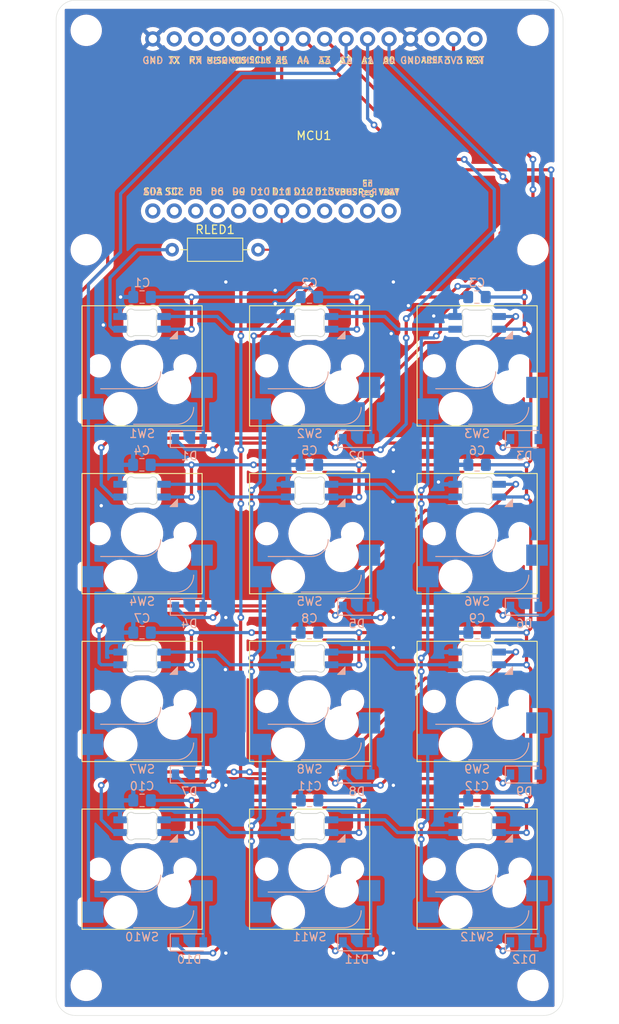
<source format=kicad_pcb>
(kicad_pcb (version 20210722) (generator pcbnew)
  (layers (0 "F.Cu" signal) (31 "B.Cu" signal) (34 "B.Paste" user) (35 "F.Paste" user) (36 "B.SilkS" user "B.Silkscreen") (37 "F.SilkS" user "F.Silkscreen") (38 "B.Mask" user) (39 "F.Mask" user) (44 "Edge.Cuts" user))
  (net 0 "")
  (net 1 "ROW0")
  (net 2 "Net-(D1-Pad2)")
  (net 3 "Net-(D2-Pad2)")
  (net 4 "Net-(D3-Pad2)")
  (net 5 "ROW1")
  (net 6 "Net-(D4-Pad2)")
  (net 7 "Net-(D5-Pad2)")
  (net 8 "Net-(D6-Pad2)")
  (net 9 "ROW2")
  (net 10 "Net-(D7-Pad2)")
  (net 11 "Net-(D8-Pad2)")
  (net 12 "Net-(D9-Pad2)")
  (net 13 "ROW3")
  (net 14 "Net-(D10-Pad2)")
  (net 15 "Net-(D11-Pad2)")
  (net 16 "COL2")
  (net 17 "COL1")
  (net 18 "COL0")
  (net 19 "+3V3")
  (net 20 "NeoPixelControls")
  (net 21 "Earth")
  (net 22 "Net-(LED1-Pad4)")
  (net 23 "Net-(LED2-Pad4)")
  (net 24 "Net-(LED3-Pad4)")
  (net 25 "Net-(LED4-Pad4)")
  (net 26 "Net-(LED5-Pad4)")
  (net 27 "Net-(LED6-Pad4)")
  (net 28 "Net-(LED7-Pad4)")
  (net 29 "Net-(LED8-Pad4)")
  (net 30 "Net-(LED10-Pad2)")
  (net 31 "Net-(LED10-Pad4)")
  (net 32 "Net-(D12-Pad2)")
  (net 33 "Net-(LED11-Pad4)")
  (net 34 "Net-(MCU1-Pad23)")
  (footprint "kicad-keyboard-parts:MX_SK6812MINI-E_REV" (layer "F.Cu") (at 88.9 66.548 180)
    (fp_text reference "LED1" hide)
    (fp_text value "SK6812")
    (fp_line (start 0.794452 6.579999) (end -0.794453 6.579999) (layer "Edge.Cuts") (width 0.1))
    (fp_line (start 1.699999 4.377158) (end 1.699999 5.782842) (layer "Edge.Cuts") (width 0.1))
    (fp_line (start -1.699999 5.782842) (end -1.699999 4.377158) (layer "Edge.Cuts") (width 0.1))
    (fp_line (start -0.794452 3.58) (end 0.794452 3.58) (layer "Edge.Cuts") (width 0.1))
    (fp_arc (start -2.199999 5.782842) (end -1.749484 5.99972) (angle -25.70608136) (layer "Edge.Cuts") (width 0.1))
    (fp_arc (start 0.794452 3.08) (end 0.794452 3.58) (angle -30.2992623) (layer "Edge.Cuts") (width 0.1))
    (fp_arc (start 0.794452 7.079999) (end 1.046711 6.648299) (angle -30.29928212) (layer "Edge.Cuts") (width 0.1))
    (fp_arc (start -1.298969 3.943402) (end -1.046711 3.511701) (angle -146.0055121) (layer "Edge.Cuts") (width 0.1))
    (fp_arc (start 2.199999 5.782842) (end 1.699999 5.782842) (angle -25.70611954) (layer "Edge.Cuts") (width 0.1))
    (fp_arc (start -0.794452 3.08) (end -1.046711 3.511701) (angle -30.29933433) (layer "Edge.Cuts") (width 0.1))
    (fp_arc (start 1.298969 6.216598) (end 1.046711 6.648299) (angle -146.0054017) (layer "Edge.Cuts") (width 0.1))
    (fp_arc (start 2.199999 4.377158) (end 1.749484 4.16028) (angle -25.70611205) (layer "Edge.Cuts") (width 0.1))
    (fp_arc (start 1.298969 3.943403) (end 1.749484 4.16028) (angle -146.0053744) (layer "Edge.Cuts") (width 0.1))
    (fp_arc (start -1.298969 6.216597) (end -1.749484 5.99972) (angle -146.0053097) (layer "Edge.Cuts") (width 0.1))
    (fp_arc (start -0.794453 7.079999) (end -0.794453 6.579999) (angle -30.29922831) (layer "Edge.Cuts") (width 0.1))
    (fp_arc (start -2.199999 4.377158) (end -1.699999 4.377158) (angle -25.70617777) (layer "Edge.Cuts") (width 0.1))
  )
  (footprint "kicad-keyboard-parts:MX_SK6812MINI-E_REV" (layer "F.Cu") (at 108.712 66.548 180)
    (fp_text reference "LED2" hide)
    (fp_text value "SK6812")
    (fp_line (start 1.699999 4.377158) (end 1.699999 5.782842) (layer "Edge.Cuts") (width 0.1))
    (fp_line (start -0.794452 3.58) (end 0.794452 3.58) (layer "Edge.Cuts") (width 0.1))
    (fp_line (start 0.794452 6.579999) (end -0.794453 6.579999) (layer "Edge.Cuts") (width 0.1))
    (fp_line (start -1.699999 5.782842) (end -1.699999 4.377158) (layer "Edge.Cuts") (width 0.1))
    (fp_arc (start -2.199999 4.377158) (end -1.699999 4.377158) (angle -25.70617777) (layer "Edge.Cuts") (width 0.1))
    (fp_arc (start -0.794452 3.08) (end -1.046711 3.511701) (angle -30.29933433) (layer "Edge.Cuts") (width 0.1))
    (fp_arc (start 0.794452 3.08) (end 0.794452 3.58) (angle -30.2992623) (layer "Edge.Cuts") (width 0.1))
    (fp_arc (start 2.199999 5.782842) (end 1.699999 5.782842) (angle -25.70611954) (layer "Edge.Cuts") (width 0.1))
    (fp_arc (start -2.199999 5.782842) (end -1.749484 5.99972) (angle -25.70608136) (layer "Edge.Cuts") (width 0.1))
    (fp_arc (start -0.794453 7.079999) (end -0.794453 6.579999) (angle -30.29922831) (layer "Edge.Cuts") (width 0.1))
    (fp_arc (start -1.298969 6.216597) (end -1.749484 5.99972) (angle -146.0053097) (layer "Edge.Cuts") (width 0.1))
    (fp_arc (start 1.298969 3.943403) (end 1.749484 4.16028) (angle -146.0053744) (layer "Edge.Cuts") (width 0.1))
    (fp_arc (start -1.298969 3.943402) (end -1.046711 3.511701) (angle -146.0055121) (layer "Edge.Cuts") (width 0.1))
    (fp_arc (start 0.794452 7.079999) (end 1.046711 6.648299) (angle -30.29928212) (layer "Edge.Cuts") (width 0.1))
    (fp_arc (start 1.298969 6.216598) (end 1.046711 6.648299) (angle -146.0054017) (layer "Edge.Cuts") (width 0.1))
    (fp_arc (start 2.199999 4.377158) (end 1.749484 4.16028) (angle -25.70611205) (layer "Edge.Cuts") (width 0.1))
  )
  (footprint "kicad-keyboard-parts:MX_SK6812MINI-E_REV" (layer "F.Cu") (at 128.524 66.548 180)
    (fp_text reference "LED3" hide)
    (fp_text value "SK6812")
    (fp_line (start -0.794452 3.58) (end 0.794452 3.58) (layer "Edge.Cuts") (width 0.1))
    (fp_line (start -1.699999 5.782842) (end -1.699999 4.377158) (layer "Edge.Cuts") (width 0.1))
    (fp_line (start 0.794452 6.579999) (end -0.794453 6.579999) (layer "Edge.Cuts") (width 0.1))
    (fp_line (start 1.699999 4.377158) (end 1.699999 5.782842) (layer "Edge.Cuts") (width 0.1))
    (fp_arc (start 0.794452 7.079999) (end 1.046711 6.648299) (angle -30.29928212) (layer "Edge.Cuts") (width 0.1))
    (fp_arc (start -2.199999 5.782842) (end -1.749484 5.99972) (angle -25.70608136) (layer "Edge.Cuts") (width 0.1))
    (fp_arc (start -0.794452 3.08) (end -1.046711 3.511701) (angle -30.29933433) (layer "Edge.Cuts") (width 0.1))
    (fp_arc (start 1.298969 6.216598) (end 1.046711 6.648299) (angle -146.0054017) (layer "Edge.Cuts") (width 0.1))
    (fp_arc (start 0.794452 3.08) (end 0.794452 3.58) (angle -30.2992623) (layer "Edge.Cuts") (width 0.1))
    (fp_arc (start 2.199999 5.782842) (end 1.699999 5.782842) (angle -25.70611954) (layer "Edge.Cuts") (width 0.1))
    (fp_arc (start -0.794453 7.079999) (end -0.794453 6.579999) (angle -30.29922831) (layer "Edge.Cuts") (width 0.1))
    (fp_arc (start 1.298969 3.943403) (end 1.749484 4.16028) (angle -146.0053744) (layer "Edge.Cuts") (width 0.1))
    (fp_arc (start -1.298969 6.216597) (end -1.749484 5.99972) (angle -146.0053097) (layer "Edge.Cuts") (width 0.1))
    (fp_arc (start -2.199999 4.377158) (end -1.699999 4.377158) (angle -25.70617777) (layer "Edge.Cuts") (width 0.1))
    (fp_arc (start 2.199999 4.377158) (end 1.749484 4.16028) (angle -25.70611205) (layer "Edge.Cuts") (width 0.1))
    (fp_arc (start -1.298969 3.943402) (end -1.046711 3.511701) (angle -146.0055121) (layer "Edge.Cuts") (width 0.1))
  )
  (footprint "kicad-keyboard-parts:MX_SK6812MINI-E_REV" (layer "F.Cu") (at 88.9 86.36 180)
    (fp_text reference "LED4" hide)
    (fp_text value "SK6812")
    (fp_line (start 1.699999 4.377158) (end 1.699999 5.782842) (layer "Edge.Cuts") (width 0.1))
    (fp_line (start -0.794452 3.58) (end 0.794452 3.58) (layer "Edge.Cuts") (width 0.1))
    (fp_line (start 0.794452 6.579999) (end -0.794453 6.579999) (layer "Edge.Cuts") (width 0.1))
    (fp_line (start -1.699999 5.782842) (end -1.699999 4.377158) (layer "Edge.Cuts") (width 0.1))
    (fp_arc (start -1.298969 3.943402) (end -1.046711 3.511701) (angle -146.0055121) (layer "Edge.Cuts") (width 0.1))
    (fp_arc (start 0.794452 3.08) (end 0.794452 3.58) (angle -30.2992623) (layer "Edge.Cuts") (width 0.1))
    (fp_arc (start 1.298969 6.216598) (end 1.046711 6.648299) (angle -146.0054017) (layer "Edge.Cuts") (width 0.1))
    (fp_arc (start -2.199999 4.377158) (end -1.699999 4.377158) (angle -25.70617777) (layer "Edge.Cuts") (width 0.1))
    (fp_arc (start 2.199999 4.377158) (end 1.749484 4.16028) (angle -25.70611205) (layer "Edge.Cuts") (width 0.1))
    (fp_arc (start -1.298969 6.216597) (end -1.749484 5.99972) (angle -146.0053097) (layer "Edge.Cuts") (width 0.1))
    (fp_arc (start 1.298969 3.943403) (end 1.749484 4.16028) (angle -146.0053744) (layer "Edge.Cuts") (width 0.1))
    (fp_arc (start 2.199999 5.782842) (end 1.699999 5.782842) (angle -25.70611954) (layer "Edge.Cuts") (width 0.1))
    (fp_arc (start 0.794452 7.079999) (end 1.046711 6.648299) (angle -30.29928212) (layer "Edge.Cuts") (width 0.1))
    (fp_arc (start -2.199999 5.782842) (end -1.749484 5.99972) (angle -25.70608136) (layer "Edge.Cuts") (width 0.1))
    (fp_arc (start -0.794453 7.079999) (end -0.794453 6.579999) (angle -30.29922831) (layer "Edge.Cuts") (width 0.1))
    (fp_arc (start -0.794452 3.08) (end -1.046711 3.511701) (angle -30.29933433) (layer "Edge.Cuts") (width 0.1))
  )
  (footprint "kicad-keyboard-parts:MX_SK6812MINI-E_REV" (layer "F.Cu") (at 108.712 86.36 180)
    (fp_text reference "LED5" hide)
    (fp_text value "SK6812")
    (fp_line (start -1.699999 5.782842) (end -1.699999 4.377158) (layer "Edge.Cuts") (width 0.1))
    (fp_line (start -0.794452 3.58) (end 0.794452 3.58) (layer "Edge.Cuts") (width 0.1))
    (fp_line (start 1.699999 4.377158) (end 1.699999 5.782842) (layer "Edge.Cuts") (width 0.1))
    (fp_line (start 0.794452 6.579999) (end -0.794453 6.579999) (layer "Edge.Cuts") (width 0.1))
    (fp_arc (start -1.298969 3.943402) (end -1.046711 3.511701) (angle -146.0055121) (layer "Edge.Cuts") (width 0.1))
    (fp_arc (start 0.794452 7.079999) (end 1.046711 6.648299) (angle -30.29928212) (layer "Edge.Cuts") (width 0.1))
    (fp_arc (start -0.794453 7.079999) (end -0.794453 6.579999) (angle -30.29922831) (layer "Edge.Cuts") (width 0.1))
    (fp_arc (start -0.794452 3.08) (end -1.046711 3.511701) (angle -30.29933433) (layer "Edge.Cuts") (width 0.1))
    (fp_arc (start -2.199999 5.782842) (end -1.749484 5.99972) (angle -25.70608136) (layer "Edge.Cuts") (width 0.1))
    (fp_arc (start 1.298969 3.943403) (end 1.749484 4.16028) (angle -146.0053744) (layer "Edge.Cuts") (width 0.1))
    (fp_arc (start 2.199999 4.377158) (end 1.749484 4.16028) (angle -25.70611205) (layer "Edge.Cuts") (width 0.1))
    (fp_arc (start -2.199999 4.377158) (end -1.699999 4.377158) (angle -25.70617777) (layer "Edge.Cuts") (width 0.1))
    (fp_arc (start 2.199999 5.782842) (end 1.699999 5.782842) (angle -25.70611954) (layer "Edge.Cuts") (width 0.1))
    (fp_arc (start 0.794452 3.08) (end 0.794452 3.58) (angle -30.2992623) (layer "Edge.Cuts") (width 0.1))
    (fp_arc (start -1.298969 6.216597) (end -1.749484 5.99972) (angle -146.0053097) (layer "Edge.Cuts") (width 0.1))
    (fp_arc (start 1.298969 6.216598) (end 1.046711 6.648299) (angle -146.0054017) (layer "Edge.Cuts") (width 0.1))
  )
  (footprint "kicad-keyboard-parts:MX_SK6812MINI-E_REV" (layer "F.Cu") (at 128.524 86.36 180)
    (fp_text reference "LED6" hide)
    (fp_text value "SK6812")
    (fp_line (start -1.699999 5.782842) (end -1.699999 4.377158) (layer "Edge.Cuts") (width 0.1))
    (fp_line (start 0.794452 6.579999) (end -0.794453 6.579999) (layer "Edge.Cuts") (width 0.1))
    (fp_line (start 1.699999 4.377158) (end 1.699999 5.782842) (layer "Edge.Cuts") (width 0.1))
    (fp_line (start -0.794452 3.58) (end 0.794452 3.58) (layer "Edge.Cuts") (width 0.1))
    (fp_arc (start -0.794452 3.08) (end -1.046711 3.511701) (angle -30.29933433) (layer "Edge.Cuts") (width 0.1))
    (fp_arc (start 1.298969 6.216598) (end 1.046711 6.648299) (angle -146.0054017) (layer "Edge.Cuts") (width 0.1))
    (fp_arc (start -2.199999 4.377158) (end -1.699999 4.377158) (angle -25.70617777) (layer "Edge.Cuts") (width 0.1))
    (fp_arc (start -1.298969 6.216597) (end -1.749484 5.99972) (angle -146.0053097) (layer "Edge.Cuts") (width 0.1))
    (fp_arc (start -1.298969 3.943402) (end -1.046711 3.511701) (angle -146.0055121) (layer "Edge.Cuts") (width 0.1))
    (fp_arc (start 0.794452 7.079999) (end 1.046711 6.648299) (angle -30.29928212) (layer "Edge.Cuts") (width 0.1))
    (fp_arc (start 1.298969 3.943403) (end 1.749484 4.16028) (angle -146.0053744) (layer "Edge.Cuts") (width 0.1))
    (fp_arc (start -0.794453 7.079999) (end -0.794453 6.579999) (angle -30.29922831) (layer "Edge.Cuts") (width 0.1))
    (fp_arc (start -2.199999 5.782842) (end -1.749484 5.99972) (angle -25.70608136) (layer "Edge.Cuts") (width 0.1))
    (fp_arc (start 0.794452 3.08) (end 0.794452 3.58) (angle -30.2992623) (layer "Edge.Cuts") (width 0.1))
    (fp_arc (start 2.199999 4.377158) (end 1.749484 4.16028) (angle -25.70611205) (layer "Edge.Cuts") (width 0.1))
    (fp_arc (start 2.199999 5.782842) (end 1.699999 5.782842) (angle -25.70611954) (layer "Edge.Cuts") (width 0.1))
  )
  (footprint "kicad-keyboard-parts:MX_SK6812MINI-E_REV" (layer "F.Cu") (at 88.9 106.172 180)
    (fp_text reference "LED7" hide)
    (fp_text value "SK6812")
    (fp_line (start -0.794452 3.58) (end 0.794452 3.58) (layer "Edge.Cuts") (width 0.1))
    (fp_line (start 1.699999 4.377158) (end 1.699999 5.782842) (layer "Edge.Cuts") (width 0.1))
    (fp_line (start 0.794452 6.579999) (end -0.794453 6.579999) (layer "Edge.Cuts") (width 0.1))
    (fp_line (start -1.699999 5.782842) (end -1.699999 4.377158) (layer "Edge.Cuts") (width 0.1))
    (fp_arc (start -2.199999 5.782842) (end -1.749484 5.99972) (angle -25.70608136) (layer "Edge.Cuts") (width 0.1))
    (fp_arc (start -2.199999 4.377158) (end -1.699999 4.377158) (angle -25.70617777) (layer "Edge.Cuts") (width 0.1))
    (fp_arc (start 1.298969 3.943403) (end 1.749484 4.16028) (angle -146.0053744) (layer "Edge.Cuts") (width 0.1))
    (fp_arc (start -0.794453 7.079999) (end -0.794453 6.579999) (angle -30.29922831) (layer "Edge.Cuts") (width 0.1))
    (fp_arc (start -1.298969 3.943402) (end -1.046711 3.511701) (angle -146.0055121) (layer "Edge.Cuts") (width 0.1))
    (fp_arc (start 0.794452 3.08) (end 0.794452 3.58) (angle -30.2992623) (layer "Edge.Cuts") (width 0.1))
    (fp_arc (start -1.298969 6.216597) (end -1.749484 5.99972) (angle -146.0053097) (layer "Edge.Cuts") (width 0.1))
    (fp_arc (start -0.794452 3.08) (end -1.046711 3.511701) (angle -30.29933433) (layer "Edge.Cuts") (width 0.1))
    (fp_arc (start 1.298969 6.216598) (end 1.046711 6.648299) (angle -146.0054017) (layer "Edge.Cuts") (width 0.1))
    (fp_arc (start 0.794452 7.079999) (end 1.046711 6.648299) (angle -30.29928212) (layer "Edge.Cuts") (width 0.1))
    (fp_arc (start 2.199999 5.782842) (end 1.699999 5.782842) (angle -25.70611954) (layer "Edge.Cuts") (width 0.1))
    (fp_arc (start 2.199999 4.377158) (end 1.749484 4.16028) (angle -25.70611205) (layer "Edge.Cuts") (width 0.1))
  )
  (footprint "kicad-keyboard-parts:MX_SK6812MINI-E_REV" (layer "F.Cu") (at 108.712 106.172 180)
    (fp_text reference "LED8" hide)
    (fp_text value "SK6812")
    (fp_line (start 1.699999 4.377158) (end 1.699999 5.782842) (layer "Edge.Cuts") (width 0.1))
    (fp_line (start -1.699999 5.782842) (end -1.699999 4.377158) (layer "Edge.Cuts") (width 0.1))
    (fp_line (start 0.794452 6.579999) (end -0.794453 6.579999) (layer "Edge.Cuts") (width 0.1))
    (fp_line (start -0.794452 3.58) (end 0.794452 3.58) (layer "Edge.Cuts") (width 0.1))
    (fp_arc (start 1.298969 6.216598) (end 1.046711 6.648299) (angle -146.0054017) (layer "Edge.Cuts") (width 0.1))
    (fp_arc (start 2.199999 4.377158) (end 1.749484 4.16028) (angle -25.70611205) (layer "Edge.Cuts") (width 0.1))
    (fp_arc (start 0.794452 7.079999) (end 1.046711 6.648299) (angle -30.29928212) (layer "Edge.Cuts") (width 0.1))
    (fp_arc (start -1.298969 3.943402) (end -1.046711 3.511701) (angle -146.0055121) (layer "Edge.Cuts") (width 0.1))
    (fp_arc (start 0.794452 3.08) (end 0.794452 3.58) (angle -30.2992623) (layer "Edge.Cuts") (width 0.1))
    (fp_arc (start -0.794452 3.08) (end -1.046711 3.511701) (angle -30.29933433) (layer "Edge.Cuts") (width 0.1))
    (fp_arc (start 2.199999 5.782842) (end 1.699999 5.782842) (angle -25.70611954) (layer "Edge.Cuts") (width 0.1))
    (fp_arc (start -1.298969 6.216597) (end -1.749484 5.99972) (angle -146.0053097) (layer "Edge.Cuts") (width 0.1))
    (fp_arc (start -2.199999 5.782842) (end -1.749484 5.99972) (angle -25.70608136) (layer "Edge.Cuts") (width 0.1))
    (fp_arc (start 1.298969 3.943403) (end 1.749484 4.16028) (angle -146.0053744) (layer "Edge.Cuts") (width 0.1))
    (fp_arc (start -2.199999 4.377158) (end -1.699999 4.377158) (angle -25.70617777) (layer "Edge.Cuts") (width 0.1))
    (fp_arc (start -0.794453 7.079999) (end -0.794453 6.579999) (angle -30.29922831) (layer "Edge.Cuts") (width 0.1))
  )
  (footprint "kicad-keyboard-parts:MX_SK6812MINI-E_REV" (layer "F.Cu") (at 128.524 106.172 180)
    (fp_text reference "LED9" hide)
    (fp_text value "SK6812")
    (fp_line (start -1.699999 5.782842) (end -1.699999 4.377158) (layer "Edge.Cuts") (width 0.1))
    (fp_line (start 1.699999 4.377158) (end 1.699999 5.782842) (layer "Edge.Cuts") (width 0.1))
    (fp_line (start -0.794452 3.58) (end 0.794452 3.58) (layer "Edge.Cuts") (width 0.1))
    (fp_line (start 0.794452 6.579999) (end -0.794453 6.579999) (layer "Edge.Cuts") (width 0.1))
    (fp_arc (start -2.199999 4.377158) (end -1.699999 4.377158) (angle -25.70617777) (layer "Edge.Cuts") (width 0.1))
    (fp_arc (start -1.298969 3.943402) (end -1.046711 3.511701) (angle -146.0055121) (layer "Edge.Cuts") (width 0.1))
    (fp_arc (start -1.298969 6.216597) (end -1.749484 5.99972) (angle -146.0053097) (layer "Edge.Cuts") (width 0.1))
    (fp_arc (start 1.298969 6.216598) (end 1.046711 6.648299) (angle -146.0054017) (layer "Edge.Cuts") (width 0.1))
    (fp_arc (start -0.794452 3.08) (end -1.046711 3.511701) (angle -30.29933433) (layer "Edge.Cuts") (width 0.1))
    (fp_arc (start 2.199999 4.377158) (end 1.749484 4.16028) (angle -25.70611205) (layer "Edge.Cuts") (width 0.1))
    (fp_arc (start 0.794452 3.08) (end 0.794452 3.58) (angle -30.2992623) (layer "Edge.Cuts") (width 0.1))
    (fp_arc (start 0.794452 7.079999) (end 1.046711 6.648299) (angle -30.29928212) (layer "Edge.Cuts") (width 0.1))
    (fp_arc (start 1.298969 3.943403) (end 1.749484 4.16028) (angle -146.0053744) (layer "Edge.Cuts") (width 0.1))
    (fp_arc (start 2.199999 5.782842) (end 1.699999 5.782842) (angle -25.70611954) (layer "Edge.Cuts") (width 0.1))
    (fp_arc (start -0.794453 7.079999) (end -0.794453 6.579999) (angle -30.29922831) (layer "Edge.Cuts") (width 0.1))
    (fp_arc (start -2.199999 5.782842) (end -1.749484 5.99972) (angle -25.70608136) (layer "Edge.Cuts") (width 0.1))
  )
  (footprint "kicad-keyboard-parts:MX_SK6812MINI-E_REV" (layer "F.Cu") (at 88.9 125.984 180)
    (fp_text reference "LED10" hide)
    (fp_text value "SK6812")
    (fp_line (start -0.794452 3.58) (end 0.794452 3.58) (layer "Edge.Cuts") (width 0.1))
    (fp_line (start 1.699999 4.377158) (end 1.699999 5.782842) (layer "Edge.Cuts") (width 0.1))
    (fp_line (start -1.699999 5.782842) (end -1.699999 4.377158) (layer "Edge.Cuts") (width 0.1))
    (fp_line (start 0.794452 6.579999) (end -0.794453 6.579999) (layer "Edge.Cuts") (width 0.1))
    (fp_arc (start -1.298969 6.216597) (end -1.749484 5.99972) (angle -146.0053097) (layer "Edge.Cuts") (width 0.1))
    (fp_arc (start -0.794452 3.08) (end -1.046711 3.511701) (angle -30.29933433) (layer "Edge.Cuts") (width 0.1))
    (fp_arc (start 1.298969 3.943403) (end 1.749484 4.16028) (angle -146.0053744) (layer "Edge.Cuts") (width 0.1))
    (fp_arc (start -0.794453 7.079999) (end -0.794453 6.579999) (angle -30.29922831) (layer "Edge.Cuts") (width 0.1))
    (fp_arc (start 0.794452 7.079999) (end 1.046711 6.648299) (angle -30.29928212) (layer "Edge.Cuts") (width 0.1))
    (fp_arc (start -1.298969 3.943402) (end -1.046711 3.511701) (angle -146.0055121) (layer "Edge.Cuts") (width 0.1))
    (fp_arc (start -2.199999 4.377158) (end -1.699999 4.377158) (angle -25.70617777) (layer "Edge.Cuts") (width 0.1))
    (fp_arc (start -2.199999 5.782842) (end -1.749484 5.99972) (angle -25.70608136) (layer "Edge.Cuts") (width 0.1))
    (fp_arc (start 1.298969 6.216598) (end 1.046711 6.648299) (angle -146.0054017) (layer "Edge.Cuts") (width 0.1))
    (fp_arc (start 2.199999 4.377158) (end 1.749484 4.16028) (angle -25.70611205) (layer "Edge.Cuts") (width 0.1))
    (fp_arc (start 0.794452 3.08) (end 0.794452 3.58) (angle -30.2992623) (layer "Edge.Cuts") (width 0.1))
    (fp_arc (start 2.199999 5.782842) (end 1.699999 5.782842) (angle -25.70611954) (layer "Edge.Cuts") (width 0.1))
  )
  (footprint "kicad-keyboard-parts:MX_SK6812MINI-E_REV" (layer "F.Cu") (at 108.712 125.984 180)
    (fp_text reference "LED11" hide)
    (fp_text value "SK6812")
    (fp_line (start -0.794452 3.58) (end 0.794452 3.58) (layer "Edge.Cuts") (width 0.1))
    (fp_line (start -1.699999 5.782842) (end -1.699999 4.377158) (layer "Edge.Cuts") (width 0.1))
    (fp_line (start 0.794452 6.579999) (end -0.794453 6.579999) (layer "Edge.Cuts") (width 0.1))
    (fp_line (start 1.699999 4.377158) (end 1.699999 5.782842) (layer "Edge.Cuts") (width 0.1))
    (fp_arc (start -2.199999 4.377158) (end -1.699999 4.377158) (angle -25.70617777) (layer "Edge.Cuts") (width 0.1))
    (fp_arc (start -1.298969 6.216597) (end -1.749484 5.99972) (angle -146.0053097) (layer "Edge.Cuts") (width 0.1))
    (fp_arc (start 0.794452 7.079999) (end 1.046711 6.648299) (angle -30.29928212) (layer "Edge.Cuts") (width 0.1))
    (fp_arc (start -2.199999 5.782842) (end -1.749484 5.99972) (angle -25.70608136) (layer "Edge.Cuts") (width 0.1))
    (fp_arc (start 1.298969 6.216598) (end 1.046711 6.648299) (angle -146.0054017) (layer "Edge.Cuts") (width 0.1))
    (fp_arc (start -0.794453 7.079999) (end -0.794453 6.579999) (angle -30.29922831) (layer "Edge.Cuts") (width 0.1))
    (fp_arc (start 0.794452 3.08) (end 0.794452 3.58) (angle -30.2992623) (layer "Edge.Cuts") (width 0.1))
    (fp_arc (start 1.298969 3.943403) (end 1.749484 4.16028) (angle -146.0053744) (layer "Edge.Cuts") (width 0.1))
    (fp_arc (start 2.199999 4.377158) (end 1.749484 4.16028) (angle -25.70611205) (layer "Edge.Cuts") (width 0.1))
    (fp_arc (start -0.794452 3.08) (end -1.046711 3.511701) (angle -30.29933433) (layer "Edge.Cuts") (width 0.1))
    (fp_arc (start -1.298969 3.943402) (end -1.046711 3.511701) (angle -146.0055121) (layer "Edge.Cuts") (width 0.1))
    (fp_arc (start 2.199999 5.782842) (end 1.699999 5.782842) (angle -25.70611954) (layer "Edge.Cuts") (width 0.1))
  )
  (footprint "kicad-keyboard-parts:MX_SK6812MINI-E_REV" (layer "F.Cu") (at 128.524 125.984 180)
    (fp_text reference "LED12" hide)
    (fp_text value "SK6812")
    (fp_line (start -0.794452 3.58) (end 0.794452 3.58) (layer "Edge.Cuts") (width 0.1))
    (fp_line (start 0.794452 6.579999) (end -0.794453 6.579999) (layer "Edge.Cuts") (width 0.1))
    (fp_line (start -1.699999 5.782842) (end -1.699999 4.377158) (layer "Edge.Cuts") (width 0.1))
    (fp_line (start 1.699999 4.377158) (end 1.699999 5.782842) (layer "Edge.Cuts") (width 0.1))
    (fp_arc (start -2.199999 5.782842) (end -1.749484 5.99972) (angle -25.70608136) (layer "Edge.Cuts") (width 0.1))
    (fp_arc (start 2.199999 4.377158) (end 1.749484 4.16028) (angle -25.70611205) (layer "Edge.Cuts") (width 0.1))
    (fp_arc (start -1.298969 6.216597) (end -1.749484 5.99972) (angle -146.0053097) (layer "Edge.Cuts") (width 0.1))
    (fp_arc (start -1.298969 3.943402) (end -1.046711 3.511701) (angle -146.0055121) (layer "Edge.Cuts") (width 0.1))
    (fp_arc (start -0.794452 3.08) (end -1.046711 3.511701) (angle -30.29933433) (layer "Edge.Cuts") (width 0.1))
    (fp_arc (start 1.298969 6.216598) (end 1.046711 6.648299) (angle -146.0054017) (layer "Edge.Cuts") (width 0.1))
    (fp_arc (start 0.794452 7.079999) (end 1.046711 6.648299) (angle -30.29928212) (layer "Edge.Cuts") (width 0.1))
    (fp_arc (start 0.794452 3.08) (end 0.794452 3.58) (angle -30.2992623) (layer "Edge.Cuts") (width 0.1))
    (fp_arc (start 1.298969 3.943403) (end 1.749484 4.16028) (angle -146.0053744) (layer "Edge.Cuts") (width 0.1))
    (fp_arc (start -0.794453 7.079999) (end -0.794453 6.579999) (angle -30.29922831) (layer "Edge.Cuts") (width 0.1))
    (fp_arc (start 2.199999 5.782842) (end 1.699999 5.782842) (angle -25.70611954) (layer "Edge.Cuts") (width 0.1))
    (fp_arc (start -2.199999 4.377158) (end -1.699999 4.377158) (angle -25.70617777) (layer "Edge.Cuts") (width 0.1))
  )
  (footprint "Resistor_THT:R_Axial_DIN0207_L6.3mm_D2.5mm_P10.16mm_Horizontal" (layer "F.Cu") (at 92.456 52.832)
    (fp_text reference "RLED1")
    (fp_text value "470 Ohm")
  )
  (footprint "Switch_Keyboard_Kailh:SW_Hotswap_Kailh_1.00u" (layer "F.Cu") (at 88.9 66.548 180)
    (fp_text reference "SW1")
    (fp_text value "SW_Push")
  )
  (footprint "Switch_Keyboard_Kailh:SW_Hotswap_Kailh_1.00u" (layer "F.Cu") (at 108.712 66.548 180)
    (fp_text reference "SW2")
    (fp_text value "SW_Push")
  )
  (footprint "Switch_Keyboard_Kailh:SW_Hotswap_Kailh_1.00u" (layer "F.Cu") (at 128.524 66.548 180)
    (fp_text reference "SW3")
    (fp_text value "SW_Push")
  )
  (footprint "Switch_Keyboard_Kailh:SW_Hotswap_Kailh_1.00u" (layer "F.Cu") (at 88.9 86.36 180)
    (fp_text reference "SW4")
    (fp_text value "SW_Push")
  )
  (footprint "Switch_Keyboard_Kailh:SW_Hotswap_Kailh_1.00u" (layer "F.Cu") (at 108.712 86.36 180)
    (fp_text reference "SW5")
    (fp_text value "SW_Push")
  )
  (footprint "Switch_Keyboard_Kailh:SW_Hotswap_Kailh_1.00u" (layer "F.Cu") (at 128.524 86.36 180)
    (fp_text reference "SW6")
    (fp_text value "SW_Push")
  )
  (footprint "Switch_Keyboard_Kailh:SW_Hotswap_Kailh_1.00u" (layer "F.Cu") (at 88.9 106.172 180)
    (fp_text reference "SW7")
    (fp_text value "SW_Push")
  )
  (footprint "Switch_Keyboard_Kailh:SW_Hotswap_Kailh_1.00u" (layer "F.Cu") (at 108.712 106.172 180)
    (fp_text reference "SW8")
    (fp_text value "SW_Push")
  )
  (footprint "Switch_Keyboard_Kailh:SW_Hotswap_Kailh_1.00u" (layer "F.Cu") (at 128.524 106.172 180)
    (fp_text reference "SW9")
    (fp_text value "SW_Push")
  )
  (footprint "Switch_Keyboard_Kailh:SW_Hotswap_Kailh_1.00u" (layer "F.Cu") (at 88.9 125.984 180)
    (fp_text reference "SW10")
    (fp_text value "SW_Push")
  )
  (footprint "Switch_Keyboard_Kailh:SW_Hotswap_Kailh_1.00u" (layer "F.Cu") (at 108.712 125.984 180)
    (fp_text reference "SW11")
    (fp_text value "SW_Push")
  )
  (footprint "Switch_Keyboard_Kailh:SW_Hotswap_Kailh_1.00u" (layer "F.Cu") (at 128.524 125.984 180)
    (fp_text reference "SW12")
    (fp_text value "SW_Push")
  )
  (footprint "MountingHole:MountingHole_2.7mm_M2.5" (layer "F.Cu") (at 135.128 52.832)
    (fp_text reference "REF**" hide)
    (fp_text value "MountingHole_2.7mm_M2.5")
  )
  (footprint "MountingHole:MountingHole_2.7mm_M2.5" (layer "F.Cu") (at 82.296 52.832)
    (fp_text reference "REF**" hide)
    (fp_text value "MountingHole_2.7mm_M2.5")
  )
  (footprint "MountingHole:MountingHole_2.7mm_M2.5" (layer "F.Cu") (at 82.296 139.7)
    (fp_text reference "REF**" hide)
    (fp_text value "MountingHole_2.7mm_M2.5")
  )
  (footprint "MountingHole:MountingHole_2.7mm_M2.5" (layer "F.Cu") (at 135.128 139.7)
    (fp_text reference "REF**" hide)
    (fp_text value "MountingHole_2.7mm_M2.5")
  )
  (footprint "MountingHole:MountingHole_2.7mm_M2.5" (layer "F.Cu") (at 82.296 26.924)
    (fp_text reference "REF**" hide)
    (fp_text value "MountingHole_2.7mm_M2.5")
  )
  (footprint "AdafruitFeather:Adafruit_Feather_conn.kicad_mod" (layer "F.Cu") (at 109.22 38.1 180)
    (fp_text reference "MCU1")
    (fp_text value "Adafruit Feather RP2040")
  )
  (footprint "MountingHole:MountingHole_2.7mm_M2.5" (layer "F.Cu") (at 135.128 26.924)
    (fp_text reference "REF**" hide)
    (fp_text value "MountingHole_2.7mm_M2.5")
  )
  (footprint "Capacitor_SMD:C_0805_2012Metric_Pad1.18x1.45mm_HandSolder" (layer "B.Cu") (at 88.9 58.42 180)
    (fp_text reference "C1")
    (fp_text value "0.1uF")
  )
  (footprint "Capacitor_SMD:C_0805_2012Metric_Pad1.18x1.45mm_HandSolder" (layer "B.Cu") (at 108.6905 58.42 180)
    (fp_text reference "C2")
    (fp_text value "0.1uF")
  )
  (footprint "Capacitor_SMD:C_0805_2012Metric_Pad1.18x1.45mm_HandSolder" (layer "B.Cu") (at 128.5025 58.42 180)
    (fp_text reference "C3")
    (fp_text value "0.1uF")
  )
  (footprint "Capacitor_SMD:C_0805_2012Metric_Pad1.18x1.45mm_HandSolder" (layer "B.Cu") (at 88.8785 78.232 180)
    (fp_text reference "C4")
    (fp_text value "0.1uF")
  )
  (footprint "Capacitor_SMD:C_0805_2012Metric_Pad1.18x1.45mm_HandSolder" (layer "B.Cu") (at 108.6905 78.232 180)
    (fp_text reference "C5")
    (fp_text value "0.1uF")
  )
  (footprint "Capacitor_SMD:C_0805_2012Metric_Pad1.18x1.45mm_HandSolder" (layer "B.Cu") (at 128.524 78.232 180)
    (fp_text reference "C6")
    (fp_text value "0.1uF")
  )
  (footprint "Capacitor_SMD:C_0805_2012Metric_Pad1.18x1.45mm_HandSolder" (layer "B.Cu") (at 88.9 98.044 180)
    (fp_text reference "C7")
    (fp_text value "0.1uF")
  )
  (footprint "Capacitor_SMD:C_0805_2012Metric_Pad1.18x1.45mm_HandSolder" (layer "B.Cu") (at 108.6905 98.044 180)
    (fp_text reference "C8")
    (fp_text value "0.1uF")
  )
  (footprint "Capacitor_SMD:C_0805_2012Metric_Pad1.18x1.45mm_HandSolder" (layer "B.Cu") (at 128.524 98.044 180)
    (fp_text reference "C9")
    (fp_text value "0.1uF")
  )
  (footprint "Capacitor_SMD:C_0805_2012Metric_Pad1.18x1.45mm_HandSolder" (layer "B.Cu") (at 88.9 117.856 180)
    (fp_text reference "C10")
    (fp_text value "0.1uF")
  )
  (footprint "Capacitor_SMD:C_0805_2012Metric_Pad1.18x1.45mm_HandSolder" (layer "B.Cu") (at 108.712 117.856 180)
    (fp_text reference "C11")
    (fp_text value "0.1uF")
  )
  (footprint "Capacitor_SMD:C_0805_2012Metric_Pad1.18x1.45mm_HandSolder" (layer "B.Cu") (at 128.5025 117.856 180)
    (fp_text reference "C12")
    (fp_text value "0.1uF")
  )
  (footprint "Diode_SMD:D_SOD-123" (layer "B.Cu") (at 94.488 75.184)
    (fp_text reference "D1")
    (fp_text value "D")
  )
  (footprint "Diode_SMD:D_SOD-123" (layer "B.Cu") (at 114.3 75.184)
    (fp_text reference "D2")
    (fp_text value "D")
  )
  (footprint "Diode_SMD:D_SOD-123" (layer "B.Cu") (at 134.112 75.184)
    (fp_text reference "D3")
    (fp_text value "D")
  )
  (footprint "Diode_SMD:D_SOD-123" (layer "B.Cu") (at 94.488 94.996)
    (fp_text reference "D4")
    (fp_text value "D")
  )
  (footprint "Diode_SMD:D_SOD-123" (layer "B.Cu") (at 114.3 94.996)
    (fp_text reference "D5")
    (fp_text value "D")
  )
  (footprint "Diode_SMD:D_SOD-123" (layer "B.Cu") (at 134.112 94.996)
    (fp_text reference "D6")
    (fp_text value "D")
  )
  (footprint "Diode_SMD:D_SOD-123" (layer "B.Cu") (at 94.488 114.808)
    (fp_text reference "D7")
    (fp_text value "D")
  )
  (footprint "Diode_SMD:D_SOD-123" (layer "B.Cu") (at 114.3 114.808)
    (fp_text reference "D8")
    (fp_text value "D")
  )
  (footprint "Diode_SMD:D_SOD-123" (layer "B.Cu") (at 134.112 114.808)
    (fp_text reference "D9")
    (fp_text value "D")
  )
  (footprint "Diode_SMD:D_SOD-123" (layer "B.Cu") (at 94.488 134.62)
    (fp_text reference "D10")
    (fp_text value "D")
  )
  (footprint "Diode_SMD:D_SOD-123" (layer "B.Cu") (at 114.3 134.62)
    (fp_text reference "D11")
    (fp_text value "D")
  )
  (footprint "Diode_SMD:D_SOD-123" (layer "B.Cu") (at 134.112 134.62)
    (fp_text reference "D12")
    (fp_text value "D")
  )
  (gr_line (start 78.74 140.97) (end 78.74 25.654) (layer "Edge.Cuts") (width 0.05))
  (gr_line (start 136.398 143.256) (end 81.026 143.256) (layer "Edge.Cuts") (width 0.05))
  (gr_line (start 138.684 25.654) (end 138.684 140.97) (layer "Edge.Cuts") (width 0.05))
  (gr_line (start 136.398 23.368) (end 81.026 23.368) (layer "Edge.Cuts") (width 0.05))
  (gr_arc (start 136.398 140.97) (end 136.398 143.256) (angle -90) (layer "Edge.Cuts") (width 0.05))
  (gr_arc (start 81.026 140.97) (end 78.74 140.97) (angle -90) (layer "Edge.Cuts") (width 0.05))
  (gr_arc (start 81.026 25.654) (end 81.026 23.368) (angle -90) (layer "Edge.Cuts") (width 0.05))
  (gr_arc (start 136.398 25.654) (end 138.684 25.654) (angle -90) (layer "Edge.Cuts") (width 0.05))
  (segment (start 111.76 76.2) (end 111.223499 75.663499) (width 0.381) (layer "F.Cu") (net 1))
  (segment (start 131.035499 75.663499) (end 117.884501 75.663499) (width 0.381) (layer "F.Cu") (net 1))
  (segment (start 110.49 27.94) (end 124.714 42.164) (width 0.381) (layer "F.Cu") (net 1))
  (segment (start 124.714 42.164) (end 127 42.164) (width 0.381) (layer "F.Cu") (net 1))
  (segment (start 120.142 63.246) (end 120.142 60.96) (width 0.381) (layer "F.Cu") (net 1))
  (segment (start 117.884501 75.663499) (end 117.094 76.454) (width 0.381) (layer "F.Cu") (net 1))
  (segment (start 131.572 76.2) (end 131.035499 75.663499) (width 0.381) (layer "F.Cu") (net 1))
  (segment (start 98.072501 75.663499) (end 97.282 76.454) (width 0.381) (layer "F.Cu") (net 1))
  (segment (start 111.223499 75.663499) (end 98.072501 75.663499) (width 0.381) (layer "F.Cu") (net 1))
  (via (at 97.282 76.454) (size 0.8) (drill 0.4) (layers "F.Cu" "B.Cu") (net 1))
  (via (at 120.142 60.96) (size 0.8) (drill 0.4) (layers "F.Cu" "B.Cu") (net 1))
  (via (at 120.142 63.246) (size 0.8) (drill 0.4) (layers "F.Cu" "B.Cu") (net 1))
  (via (at 127 42.164) (size 0.8) (drill 0.4) (layers "F.Cu" "B.Cu") (net 1))
  (via (at 111.76 76.2) (size 0.8) (drill 0.4) (layers "F.Cu" "B.Cu") (net 1))
  (via (at 131.572 76.2) (size 0.8) (drill 0.4) (layers "F.Cu" "B.Cu") (net 1))
  (via (at 117.094 76.454) (size 0.8) (drill 0.4) (layers "F.Cu" "B.Cu") (net 1))
  (segment (start 113.92 76.454) (end 112.65 75.184) (width 0.381) (layer "B.Cu") (net 1))
  (segment (start 132.462 75.184) (end 132.462 75.31) (width 0.381) (layer "B.Cu") (net 1))
  (segment (start 112.65 75.184) (end 112.65 75.31) (width 0.381) (layer "B.Cu") (net 1))
  (segment (start 94.108 76.454) (end 92.838 75.184) (width 0.381) (layer "B.Cu") (net 1))
  (segment (start 120.142 73.406) (end 120.142 63.246) (width 0.381) (layer "B.Cu") (net 1))
  (segment (start 117.094 76.454) (end 113.92 76.454) (width 0.381) (layer "B.Cu") (net 1))
  (segment (start 127 42.164) (end 130.556 45.72) (width 0.381) (layer "B.Cu") (net 1))
  (segment (start 112.65 75.31) (end 111.76 76.2) (width 0.381) (layer "B.Cu") (net 1))
  (segment (start 132.462 75.31) (end 131.572 76.2) (width 0.381) (layer "B.Cu") (net 1))
  (segment (start 130.556 45.72) (end 130.556 50.546) (width 0.381) (layer "B.Cu") (net 1))
  (segment (start 97.282 76.454) (end 94.108 76.454) (width 0.381) (layer "B.Cu") (net 1))
  (segment (start 120.142 60.96) (end 130.556 50.546) (width 0.381) (layer "B.Cu") (net 1))
  (segment (start 117.094 76.454) (end 120.142 73.406) (width 0.381) (layer "B.Cu") (net 1))
  (segment (start 96.138 69.241) (end 95.985 69.088) (width 0.381) (layer "B.Cu") (net 2))
  (segment (start 96.138 75.184) (end 96.138 69.241) (width 0.381) (layer "B.Cu") (net 2))
  (segment (start 115.95 69.241) (end 115.797 69.088) (width 0.381) (layer "B.Cu") (net 3))
  (segment (start 115.95 75.184) (end 115.95 69.241) (width 0.381) (layer "B.Cu") (net 3))
  (segment (start 135.762 69.241) (end 135.609 69.088) (width 0.381) (layer "B.Cu") (net 4))
  (segment (start 135.762 75.184) (end 135.762 69.241) (width 0.381) (layer "B.Cu") (net 4))
  (segment (start 131.035499 95.475499) (end 117.884501 95.475499) (width 0.381) (layer "F.Cu") (net 5))
  (segment (start 131.572 96.012) (end 131.035499 95.475499) (width 0.381) (layer "F.Cu") (net 5))
  (segment (start 111.76 96.012) (end 111.223499 95.475499) (width 0.381) (layer "F.Cu") (net 5))
  (segment (start 98.072501 95.475499) (end 97.282 96.266) (width 0.381) (layer "F.Cu") (net 5))
  (segment (start 111.223499 95.475499) (end 98.072501 95.475499) (width 0.381) (layer "F.Cu") (net 5))
  (segment (start 117.884501 95.475499) (end 117.094 96.266) (width 0.381) (layer "F.Cu") (net 5))
  (segment (start 107.95 27.94) (end 123.404559 43.394559) (width 0.381) (layer "F.Cu") (net 5))
  (segment (start 123.404559 43.394559) (end 137.274501 43.394559) (width 0.381) (layer "F.Cu") (net 5))
  (via (at 97.282 96.266) (size 0.8) (drill 0.4) (layers "F.Cu" "B.Cu") (net 5))
  (via (at 111.76 96.012) (size 0.8) (drill 0.4) (layers "F.Cu" "B.Cu") (net 5))
  (via (at 117.094 96.266) (size 0.8) (drill 0.4) (layers "F.Cu" "B.Cu") (net 5))
  (via (at 131.572 96.012) (size 0.8) (drill 0.4) (layers "F.Cu" "B.Cu") (net 5))
  (via (at 137.274501 43.394559) (size 0.8) (drill 0.4) (layers "F.Cu" "B.Cu") (net 5))
  (segment (start 132.462 95.122) (end 131.572 96.012) (width 0.381) (layer "B.Cu") (net 5))
  (segment (start 112.65 94.996) (end 112.65 95.122) (width 0.381) (layer "B.Cu") (net 5))
  (segment (start 112.65 95.122) (end 111.76 96.012) (width 0.381) (layer "B.Cu") (net 5))
  (segment (start 113.92 96.266) (end 112.65 94.996) (width 0.381) (layer "B.Cu") (net 5))
  (segment (start 97.282 96.266) (end 94.108 96.266) (width 0.381) (layer "B.Cu") (net 5))
  (segment (start 132.462 94.996) (end 132.462 95.122) (width 0.381) (layer "B.Cu") (net 5))
  (segment (start 94.108 96.266) (end 92.838 94.996) (width 0.381) (layer "B.Cu") (net 5))
  (segment (start 117.094 96.266) (end 113.92 96.266) (width 0.381) (layer "B.Cu") (net 5))
  (segment (start 136.524401 95.986501) (end 137.274501 95.236401) (width 0.381) (layer "B.Cu") (net 5))
  (segment (start 133.452501 95.986501) (end 136.524401 95.986501) (width 0.381) (layer "B.Cu") (net 5))
  (segment (start 137.274501 95.236401) (end 137.274501 43.394559) (width 0.381) (layer "B.Cu") (net 5))
  (segment (start 132.462 94.996) (end 133.452501 95.986501) (width 0.381) (layer "B.Cu") (net 5))
  (segment (start 96.138 94.996) (end 96.138 89.053) (width 0.381) (layer "B.Cu") (net 6))
  (segment (start 96.138 89.053) (end 95.985 88.9) (width 0.381) (layer "B.Cu") (net 6))
  (segment (start 115.95 89.053) (end 115.797 88.9) (width 0.381) (layer "B.Cu") (net 7))
  (segment (start 115.95 94.996) (end 115.95 89.053) (width 0.381) (layer "B.Cu") (net 7))
  (segment (start 135.762 89.053) (end 135.609 88.9) (width 0.381) (layer "B.Cu") (net 8))
  (segment (start 135.762 94.996) (end 135.762 89.053) (width 0.381) (layer "B.Cu") (net 8))
  (segment (start 102.92898 55.372) (end 100.584 57.71698) (width 0.381) (layer "F.Cu") (net 9))
  (segment (start 100.584 82.8205) (end 100.584 76.454) (width 0.381) (layer "F.Cu") (net 9))
  (segment (start 117.884501 115.287499) (end 117.094 116.078) (width 0.381) (layer "F.Cu") (net 9))
  (segment (start 120.904 50.292) (end 119.38 51.816) (width 0.381) (layer "F.Cu") (net 9))
  (segment (start 105.41 32.766) (end 120.904 48.26) (width 0.381) (layer "F.Cu") (net 9))
  (segment (start 98.072501 115.287499) (end 97.282 116.078) (width 0.381) (layer "F.Cu") (net 9))
  (segment (start 111.223499 115.287499) (end 100.555499 115.287499) (width 0.381) (layer "F.Cu") (net 9))
  (segment (start 100.584 57.71698) (end 100.584 63.0085) (width 0.381) (layer "F.Cu") (net 9))
  (segment (start 111.76 115.824) (end 111.223499 115.287499) (width 0.381) (layer "F.Cu") (net 9))
  (segment (start 109.728 51.816) (end 106.172 55.372) (width 0.381) (layer "F.Cu") (net 9))
  (segment (start 105.41 27.94) (end 105.41 32.766) (width 0.381) (layer "F.Cu") (net 9))
  (segment (start 120.904 48.26) (end 120.904 50.292) (width 0.381) (layer "F.Cu") (net 9))
  (segment (start 119.38 51.816) (end 109.728 51.816) (width 0.381) (layer "F.Cu") (net 9))
  (segment (start 100.555499 115.287499) (end 98.072501 115.287499) (width 0.381) (layer "F.Cu") (net 9))
  (segment (start 106.172 55.372) (end 102.92898 55.372) (width 0.381) (layer "F.Cu") (net 9))
  (segment (start 100.555499 96.294501) (end 100.584 96.266) (width 0.381) (layer "F.Cu") (net 9))
  (segment (start 131.572 115.824) (end 131.035499 115.287499) (width 0.381) (layer "F.Cu") (net 9))
  (segment (start 131.035499 115.287499) (end 117.884501 115.287499) (width 0.381) (layer "F.Cu") (net 9))
  (segment (start 100.555499 115.287499) (end 100.555499 96.294501) (width 0.381) (layer "F.Cu") (net 9))
  (via (at 117.094 116.078) (size 0.8) (drill 0.4) (layers "F.Cu" "B.Cu") (net 9))
  (via (at 100.584 82.8205) (size 0.8) (drill 0.4) (layers "F.Cu" "B.Cu") (net 9))
  (via (at 111.76 115.824) (size 0.8) (drill 0.4) (layers "F.Cu" "B.Cu") (net 9))
  (via (at 100.584 76.454) (size 0.8) (drill 0.4) (layers "F.Cu" "B.Cu") (net 9))
  (via (at 100.584 96.266) (size 0.8) (drill 0.4) (layers "F.Cu" "B.Cu") (net 9))
  (via (at 131.572 115.824) (size 0.8) (drill 0.4) (layers "F.Cu" "B.Cu") (net 9))
  (via (at 97.282 116.078) (size 0.8) (drill 0.4) (layers "F.Cu" "B.Cu") (net 9))
  (via (at 100.584 63.0085) (size 0.8) (drill 0.4) (layers "F.Cu" "B.Cu") (net 9))
  (segment (start 112.65 114.934) (end 111.76 115.824) (width 0.381) (layer "B.Cu") (net 9))
  (segment (start 112.65 114.808) (end 112.65 114.934) (width 0.381) (layer "B.Cu") (net 9))
  (segment (start 132.462 114.934) (end 131.572 115.824) (width 0.381) (layer "B.Cu") (net 9))
  (segment (start 117.094 116.078) (end 113.92 116.078) (width 0.381) (layer "B.Cu") (net 9))
  (segment (start 94.108 116.078) (end 92.838 114.808) (width 0.381) (layer "B.Cu") (net 9))
  (segment (start 97.282 116.078) (end 94.108 116.078) (width 0.381) (layer "B.Cu") (net 9))
  (segment (start 100.584 96.266) (end 100.584 82.8205) (width 0.381) (layer "B.Cu") (net 9))
  (segment (start 113.92 116.078) (end 112.65 114.808) (width 0.381) (layer "B.Cu") (net 9))
  (segment (start 132.462 114.808) (end 132.462 114.934) (width 0.381) (layer "B.Cu") (net 9))
  (segment (start 100.584 76.454) (end 100.584 63.0085) (width 0.381) (layer "B.Cu") (net 9))
  (segment (start 96.138 114.808) (end 96.138 108.865) (width 0.381) (layer "B.Cu") (net 10))
  (segment (start 96.138 108.865) (end 95.985 108.712) (width 0.381) (layer "B.Cu") (net 10))
  (segment (start 115.95 108.865) (end 115.797 108.712) (width 0.381) (layer "B.Cu") (net 11))
  (segment (start 115.95 114.808) (end 115.95 108.865) (width 0.381) (layer "B.Cu") (net 11))
  (segment (start 135.762 114.808) (end 135.762 108.865) (width 0.381) (layer "B.Cu") (net 12))
  (segment (start 135.762 108.865) (end 135.609 108.712) (width 0.381) (layer "B.Cu") (net 12))
  (segment (start 84.836 54.626058) (end 84.836 45.72) (width 0.381) (layer "F.Cu") (net 13))
  (segment (start 81.026 133.385942) (end 81.026 58.436058) (width 0.381) (layer "F.Cu") (net 13))
  (segment (start 81.026 58.436058) (end 84.836 54.626058) (width 0.381) (layer "F.Cu") (net 13))
  (segment (start 117.884501 135.099499) (end 117.094 135.89) (width 0.381) (layer "F.Cu") (net 13))
  (segment (start 131.035499 135.099499) (end 117.884501 135.099499) (width 0.381) (layer "F.Cu") (net 13))
  (segment (start 98.072501 135.099499) (end 97.282 135.89) (width 0.381) (layer "F.Cu") (net 13))
  (segment (start 97.282 135.89) (end 83.530058 135.89) (width 0.381) (layer "F.Cu") (net 13))
  (segment (start 111.76 135.636) (end 111.223499 135.099499) (width 0.381) (layer "F.Cu") (net 13))
  (segment (start 84.836 45.72) (end 99.568 30.988) (width 0.381) (layer "F.Cu") (net 13))
  (segment (start 83.530058 135.89) (end 81.026 133.385942) (width 0.381) (layer "F.Cu") (net 13))
  (segment (start 131.572 135.636) (end 131.035499 135.099499) (width 0.381) (layer "F.Cu") (net 13))
  (segment (start 102.87 29.718) (end 102.87 27.94) (width 0.381) (layer "F.Cu") (net 13))
  (segment (start 111.223499 135.099499) (end 98.072501 135.099499) (width 0.381) (layer "F.Cu") (net 13))
  (segment (start 101.6 30.988) (end 102.87 29.718) (width 0.381) (layer "F.Cu") (net 13))
  (segment (start 99.568 30.988) (end 101.6 30.988) (width 0.381) (layer "F.Cu") (net 13))
  (via (at 111.76 135.636) (size 0.8) (drill 0.4) (layers "F.Cu" "B.Cu") (net 13))
  (via (at 131.572 135.636) (size 0.8) (drill 0.4) (layers "F.Cu" "B.Cu") (net 13))
  (via (at 117.094 135.89) (size 0.8) (drill 0.4) (layers "F.Cu" "B.Cu") (net 13))
  (via (at 97.282 135.89) (size 0.8) (drill 0.4) (layers "F.Cu" "B.Cu") (net 13))
  (segment (start 94.108 135.89) (end 92.838 134.62) (width 0.381) (layer "B.Cu") (net 13))
  (segment (start 132.462 134.62) (end 132.462 134.746) (width 0.381) (layer "B.Cu") (net 13))
  (segment (start 112.65 134.62) (end 112.65 134.746) (width 0.381) (layer "B.Cu") (net 13))
  (segment (start 112.65 134.746) (end 111.76 135.636) (width 0.381) (layer "B.Cu") (net 13))
  (segment (start 132.462 134.746) (end 131.572 135.636) (width 0.381) (layer "B.Cu") (net 13))
  (segment (start 113.92 135.89) (end 112.65 134.62) (width 0.381) (layer "B.Cu") (net 13))
  (segment (start 97.282 135.89) (end 94.108 135.89) (width 0.381) (layer "B.Cu") (net 13))
  (segment (start 117.094 135.89) (end 113.92 135.89) (width 0.381) (layer "B.Cu") (net 13))
  (segment (start 96.138 134.62) (end 96.138 128.677) (width 0.381) (layer "B.Cu") (net 14))
  (segment (start 96.138 128.677) (end 95.985 128.524) (width 0.381) (layer "B.Cu") (net 14))
  (segment (start 115.95 128.677) (end 115.797 128.524) (width 0.381) (layer "B.Cu") (net 15))
  (segment (start 115.95 134.62) (end 115.95 128.677) (width 0.381) (layer "B.Cu") (net 15))
  (segment (start 124.183043 60.728957) (end 131.24548 53.66652) (width 0.381) (layer "F.Cu") (net 16))
  (segment (start 123.698 63.0085) (end 124.183043 62.523457) (width 0.381) (layer "F.Cu") (net 16))
  (segment (start 131.24548 50.87252) (end 133.858 48.26) (width 0.381) (layer "F.Cu") (net 16))
  (segment (start 124.183043 62.523457) (end 124.183043 60.728957) (width 0.381) (layer "F.Cu") (net 16))
  (segment (start 133.858 46.482) (end 131.572 44.196) (width 0.381) (layer "F.Cu") (net 16))
  (segment (start 121.92 81.2395) (end 121.92 82.8205) (width 0.381) (layer "F.Cu") (net 16))
  (segment (start 131.24548 53.66652) (end 131.24548 50.87252) (width 0.381) (layer "F.Cu") (net 16))
  (segment (start 121.92 101.0515) (end 121.92 102.6325) (width 0.381) (layer "F.Cu") (net 16))
  (segment (start 133.858 48.26) (end 133.858 46.482) (width 0.381) (layer "F.Cu") (net 16))
  (segment (start 121.92 120.8635) (end 121.92 122.4445) (width 0.381) (layer "F.Cu") (net 16))
  (via (at 121.92 81.2395) (size 0.8) (drill 0.4) (layers "F.Cu" "B.Cu") (net 16))
  (via (at 131.572 44.196) (size 0.8) (drill 0.4) (layers "F.Cu" "B.Cu") (net 16))
  (via (at 121.92 101.0515) (size 0.8) (drill 0.4) (layers "F.Cu" "B.Cu") (net 16))
  (via (at 121.92 120.8635) (size 0.8) (drill 0.4) (layers "F.Cu" "B.Cu") (net 16))
  (via (at 121.92 102.6325) (size 0.8) (drill 0.4) (layers "F.Cu" "B.Cu") (net 16))
  (via (at 123.698 63.0085) (size 0.8) (drill 0.4) (layers "F.Cu" "B.Cu") (net 16))
  (via (at 121.92 122.4445) (size 0.8) (drill 0.4) (layers "F.Cu" "B.Cu") (net 16))
  (via (at 121.92 82.8205) (size 0.8) (drill 0.4) (layers "F.Cu" "B.Cu") (net 16))
  (segment (start 122.682 80.4775) (end 121.92 81.2395) (width 0.381) (layer "B.Cu") (net 16))
  (segment (start 122.682 111.252) (end 122.682 120.1015) (width 0.381) (layer "B.Cu") (net 16))
  (segment (start 118.11 30.734) (end 118.11 27.94) (width 0.381) (layer "B.Cu") (net 16))
  (segment (start 121.92 130.302) (end 122.682 131.064) (width 0.381) (layer "B.Cu") (net 16))
  (segment (start 122.682 71.628) (end 122.682 80.4775) (width 0.381) (layer "B.Cu") (net 16))
  (segment (start 121.92 122.4445) (end 121.92 130.302) (width 0.381) (layer "B.Cu") (net 16))
  (segment (start 122.682 71.628) (end 121.92 70.866) (width 0.381) (layer "B.Cu") (net 16))
  (segment (start 122.682 120.1015) (end 121.92 120.8635) (width 0.381) (layer "B.Cu") (net 16))
  (segment (start 123.4605 63.246) (end 123.698 63.0085) (width 0.381) (layer "B.Cu") (net 16))
  (segment (start 121.92 102.6325) (end 121.92 110.49) (width 0.381) (layer "B.Cu") (net 16))
  (segment (start 122.682 91.44) (end 122.682 100.2895) (width 0.381) (layer "B.Cu") (net 16))
  (segment (start 121.92 110.49) (end 122.682 111.252) (width 0.381) (layer "B.Cu") (net 16))
  (segment (start 121.92 82.8205) (end 121.92 90.678) (width 0.381) (layer "B.Cu") (net 16))
  (segment (start 121.92 70.866) (end 121.92 63.246) (width 0.381) (layer "B.Cu") (net 16))
  (segment (start 121.92 90.678) (end 122.682 91.44) (width 0.381) (layer "B.Cu") (net 16))
  (segment (start 131.572 44.196) (end 118.11 30.734) (width 0.381) (layer "B.Cu") (net 16))
  (segment (start 122.682 100.2895) (end 121.92 101.0515) (width 0.381) (layer "B.Cu") (net 16))
  (segment (start 121.92 63.246) (end 123.4605 63.246) (width 0.381) (layer "B.Cu") (net 16))
  (segment (start 101.854 101.0515) (end 101.854 102.6325) (width 0.381) (layer "F.Cu") (net 17))
  (segment (start 110.010501 55.851499) (end 102.8535 63.0085) (width 0.381) (layer "F.Cu") (net 17))
  (segment (start 121.92 53.848) (end 119.916501 55.851499) (width 0.381) (layer "F.Cu") (net 17))
  (segment (start 119.916501 55.851499) (end 110.010501 55.851499) (width 0.381) (layer "F.Cu") (net 17))
  (segment (start 102.8535 63.0085) (end 102.108 63.0085) (width 0.381) (layer "F.Cu") (net 17))
  (segment (start 101.854 81.2395) (end 101.854 82.8205) (width 0.381) (layer "F.Cu") (net 17))
  (segment (start 116.332 38.1) (end 121.92 43.688) (width 0.381) (layer "F.Cu") (net 17))
  (segment (start 101.854 120.8635) (end 101.854 122.682) (width 0.381) (layer "F.Cu") (net 17))
  (segment (start 121.92 43.688) (end 121.92 53.848) (width 0.381) (layer "F.Cu") (net 17))
  (via (at 101.854 102.6325) (size 0.8) (drill 0.4) (layers "F.Cu" "B.Cu") (net 17))
  (via (at 101.854 120.8635) (size 0.8) (drill 0.4) (layers "F.Cu" "B.Cu") (net 17))
  (via (at 101.854 81.2395) (size 0.8) (drill 0.4) (layers "F.Cu" "B.Cu") (net 17))
  (via (at 101.854 122.682) (size 0.8) (drill 0.4) (layers "F.Cu" "B.Cu") (net 17))
  (via (at 101.854 82.8205) (size 0.8) (drill 0.4) (layers "F.Cu" "B.Cu") (net 17))
  (via (at 102.108 63.0085) (size 0.8) (drill 0.4) (layers "F.Cu" "B.Cu") (net 17))
  (via (at 116.332 38.1) (size 0.8) (drill 0.4) (layers "F.Cu" "B.Cu") (net 17))
  (via (at 101.854 101.0515) (size 0.8) (drill 0.4) (layers "F.Cu" "B.Cu") (net 17))
  (segment (start 102.87 71.628) (end 102.87 80.2235) (width 0.381) (layer "B.Cu") (net 17))
  (segment (start 101.854 122.682) (end 101.854 130.048) (width 0.381) (layer "B.Cu") (net 17))
  (segment (start 102.108 70.866) (end 102.108 63.0085) (width 0.381) (layer "B.Cu") (net 17))
  (segment (start 102.87 80.2235) (end 101.854 81.2395) (width 0.381) (layer "B.Cu") (net 17))
  (segment (start 102.87 111.252) (end 102.87 119.8475) (width 0.381) (layer "B.Cu") (net 17))
  (segment (start 102.87 100.0355) (end 101.854 101.0515) (width 0.381) (layer "B.Cu") (net 17))
  (segment (start 101.854 82.8205) (end 101.854 90.424) (width 0.381) (layer "B.Cu") (net 17))
  (segment (start 101.854 90.424) (end 102.87 91.44) (width 0.381) (layer "B.Cu") (net 17))
  (segment (start 102.87 119.8475) (end 101.854 120.8635) (width 0.381) (layer "B.Cu") (net 17))
  (segment (start 101.854 110.236) (end 102.87 111.252) (width 0.381) (layer "B.Cu") (net 17))
  (segment (start 102.87 71.628) (end 102.108 70.866) (width 0.381) (layer "B.Cu") (net 17))
  (segment (start 102.87 91.44) (end 102.87 100.0355) (width 0.381) (layer "B.Cu") (net 17))
  (segment (start 115.57 37.338) (end 116.332 38.1) (width 0.381) (layer "B.Cu") (net 17))
  (segment (start 101.854 130.048) (end 102.87 131.064) (width 0.381) (layer "B.Cu") (net 17))
  (segment (start 115.57 37.338) (end 115.57 27.94) (width 0.381) (layer "B.Cu") (net 17))
  (segment (start 101.854 102.6325) (end 101.854 110.236) (width 0.381) (layer "B.Cu") (net 17))
  (segment (start 82.554499 125.376559) (end 82.554499 108.707501) (width 0.381) (layer "B.Cu") (net 18))
  (segment (start 82.554499 90.936499) (end 83.058 91.44) (width 0.381) (layer "B.Cu") (net 18))
  (segment (start 113.03 30.734) (end 113.03 27.94) (width 0.381) (layer "B.Cu") (net 18))
  (segment (start 82.554499 125.376559) (end 82.554499 130.560499) (width 0.381) (layer "B.Cu") (net 18))
  (segment (start 111.76 32.004) (end 113.03 30.734) (width 0.381) (layer "B.Cu") (net 18))
  (segment (start 82.554499 130.560499) (end 83.058 131.064) (width 0.381) (layer "B.Cu") (net 18))
  (segment (start 82.554499 72.131501) (end 82.554499 90.936499) (width 0.381) (layer "B.Cu") (net 18))
  (segment (start 82.554499 71.124499) (end 82.554499 56.907559) (width 0.381) (layer "B.Cu") (net 18))
  (segment (start 83.058 71.628) (end 82.554499 71.124499) (width 0.381) (layer "B.Cu") (net 18))
  (segment (start 86.36 53.102058) (end 86.36 46.228) (width 0.381) (layer "B.Cu") (net 18))
  (segment (start 86.36 46.228) (end 100.584 32.004) (width 0.381) (layer "B.Cu") (net 18))
  (segment (start 82.554499 56.907559) (end 86.36 53.102058) (width 0.381) (layer "B.Cu") (net 18))
  (segment (start 100.584 32.004) (end 111.76 32.004) (width 0.381) (layer "B.Cu") (net 18))
  (segment (start 82.554499 108.707501) (end 82.554499 110.748499) (width 0.381) (layer "B.Cu") (net 18))
  (segment (start 83.058 91.44) (end 82.554499 91.943501) (width 0.381) (layer "B.Cu") (net 18))
  (segment (start 83.058 71.628) (end 82.554499 72.131501) (width 0.381) (layer "B.Cu") (net 18))
  (segment (start 82.554499 91.943501) (end 82.554499 108.707501) (width 0.381) (layer "B.Cu") (net 18))
  (segment (start 94.742 121.666) (end 94.742 117.856) (width 0.381) (layer "F.Cu") (net 19))
  (segment (start 94.742 101.854) (end 94.742 98.044) (width 0.381) (layer "F.Cu") (net 19))
  (segment (start 134.869501 97.540499) (end 134.869501 82.545501) (width 0.381) (layer "F.Cu") (net 19))
  (segment (start 134.366 78.232) (end 134.869501 77.728499) (width 0.381) (layer "F.Cu") (net 19))
  (segment (start 94.742 117.856) (end 114.554 117.856) (width 0.381) (layer "F.Cu") (net 19))
  (segment (start 134.869501 77.728499) (end 134.869501 62.987501) (width 0.381) (layer "F.Cu") (net 19))
  (segment (start 114.554 82.042) (end 114.554 78.232) (width 0.381) (layer "F.Cu") (net 19))
  (segment (start 134.112 62.23) (end 134.112 58.42) (width 0.381) (layer "F.Cu") (net 19))
  (segment (start 114.554 121.666) (end 114.554 117.856) (width 0.381) (layer "F.Cu") (net 19))
  (segment (start 134.366 101.854) (end 134.366 98.044) (width 0.381) (layer "F.Cu") (net 19))
  (segment (start 134.112 56.134) (end 134.112 58.42) (width 0.381) (layer "F.Cu") (net 19))
  (segment (start 134.869501 82.545501) (end 134.366 82.042) (width 0.381) (layer "F.Cu") (net 19))
  (segment (start 114.554 117.856) (end 134.366 117.856) (width 0.381) (layer "F.Cu") (net 19))
  (segment (start 134.869501 62.987501) (end 134.112 62.23) (width 0.381) (layer "F.Cu") (net 19))
  (segment (start 114.3 62.23) (end 114.3 58.42) (width 0.381) (layer "F.Cu") (net 19))
  (segment (start 125.73 27.94) (end 125.73 32.766) (width 0.381) (layer "F.Cu") (net 19))
  (segment (start 134.366 117.856) (end 134.869501 117.352499) (width 0.381) (layer "F.Cu") (net 19))
  (segment (start 125.73 32.766) (end 135.128 42.164) (width 0.381) (layer "F.Cu") (net 19))
  (segment (start 114.554 78.232) (end 134.366 78.232) (width 0.381) (layer "F.Cu") (net 19))
  (segment (start 134.869501 102.357501) (end 134.366 101.854) (width 0.381) (layer "F.Cu") (net 19))
  (segment (start 134.366 121.666) (end 134.366 117.856) (width 0.381) (layer "F.Cu") (net 19))
  (segment (start 94.742 62.23) (end 94.742 58.42) (width 0.381) (layer "F.Cu") (net 19))
  (segment (start 101.854 98.044) (end 114.554 98.044) (width 0.381) (layer "F.Cu") (net 19))
  (segment (start 94.742 82.042) (end 94.742 78.232) (width 0.381) (layer "F.Cu") (net 19))
  (segment (start 114.554 101.854) (end 114.554 98.044) (width 0.381) (layer "F.Cu") (net 19))
  (segment (start 134.366 98.044) (end 134.869501 97.540499) (width 0.381) (layer "F.Cu") (net 19))
  (segment (start 102.0795 78.232) (end 114.554 78.232) (width 0.381) (layer "F.Cu") (net 19))
  (segment (start 134.869501 117.352499) (end 134.869501 102.357501) (width 0.381) (layer "F.Cu") (net 19))
  (segment (start 131.826 51.308) (end 131.826 53.848) (width 0.381) (layer "F.Cu") (net 19))
  (segment (start 124.968 58.42) (end 126.238 57.15) (width 0.381) (layer "F.Cu") (net 19))
  (segment (start 135.128 48.006) (end 131.826 51.308) (width 0.381) (layer "F.Cu") (net 19))
  (segment (start 131.826 53.848) (end 134.112 56.134) (width 0.381) (layer "F.Cu") (net 19))
  (segment (start 114.3 58.42) (end 124.968 58.42) (width 0.381) (layer "F.Cu") (net 19))
  (segment (start 114.554 98.044) (end 134.366 98.044) (width 0.381) (layer "F.Cu") (net 19))
  (segment (start 134.366 82.042) (end 134.366 78.232) (width 0.381) (layer "F.Cu") (net 19))
  (segment (start 135.128 45.72) (end 135.128 48.006) (width 0.381) (layer "F.Cu") (net 19))
  (via (at 94.742 117.856) (size 0.8) (drill 0.4) (layers "F.Cu" "B.Cu") (net 19))
  (via (at 94.742 121.666) (size 0.8) (drill 0.4) (layers "F.Cu" "B.Cu") (net 19))
  (via (at 94.742 98.044) (size 0.8) (drill 0.4) (layers "F.Cu" "B.Cu") (net 19))
  (via (at 94.742 101.854) (size 0.8) (drill 0.4) (layers "F.Cu" "B.Cu") (net 19))
  (via (at 134.112 58.42) (size 0.8) (drill 0.4) (layers "F.Cu" "B.Cu") (net 19))
  (via (at 101.854 98.044) (size 0.8) (drill 0.4) (layers "F.Cu" "B.Cu") (net 19))
  (via (at 134.366 98.044) (size 0.8) (drill 0.4) (layers "F.Cu" "B.Cu") (net 19))
  (via (at 114.3 58.42) (size 0.8) (drill 0.4) (layers "F.Cu" "B.Cu") (net 19))
  (via (at 94.742 78.232) (size 0.8) (drill 0.4) (layers "F.Cu" "B.Cu") (net 19))
  (via (at 135.128 42.164) (size 0.8) (drill 0.4) (layers "F.Cu" "B.Cu") (net 19))
  (via (at 114.554 82.042) (size 0.8) (drill 0.4) (layers "F.Cu" "B.Cu") (net 19))
  (via (at 114.554 101.854) (size 0.8) (drill 0.4) (layers "F.Cu" "B.Cu") (net 19))
  (via (at 114.3 62.23) (size 0.8) (drill 0.4) (layers "F.Cu" "B.Cu") (net 19))
  (via (at 126.238 57.15) (size 0.8) (drill 0.4) (layers "F.Cu" "B.Cu") (net 19))
  (via (at 94.742 62.23) (size 0.8) (drill 0.4) (layers "F.Cu" "B.Cu") (net 19))
  (via (at 134.366 121.666) (size 0.8) (drill 0.4) (layers "F.Cu" "B.Cu") (net 19))
  (via (at 134.366 78.232) (size 0.8) (drill 0.4) (layers "F.Cu" "B.Cu") (net 19))
  (via (at 114.554 117.856) (size 0.8) (drill 0.4) (layers "F.Cu" "B.Cu") (net 19))
  (via (at 134.112 62.23) (size 0.8) (drill 0.4) (layers "F.Cu" "B.Cu") (net 19))
  (via (at 135.128 45.72) (size 0.8) (drill 0.4) (layers "F.Cu" "B.Cu") (net 19))
  (via (at 134.366 82.042) (size 0.8) (drill 0.4) (layers "F.Cu" "B.Cu") (net 19))
  (via (at 114.554 98.044) (size 0.8) (drill 0.4) (layers "F.Cu" "B.Cu") (net 19))
  (via (at 102.0795 78.232) (size 0.8) (drill 0.4) (layers "F.Cu" "B.Cu") (net 19))
  (via (at 114.554 78.232) (size 0.8) (drill 0.4) (layers "F.Cu" "B.Cu") (net 19))
  (via (at 94.742 58.42) (size 0.8) (drill 0.4) (layers "F.Cu" "B.Cu") (net 19))
  (via (at 114.554 121.666) (size 0.8) (drill 0.4) (layers "F.Cu" "B.Cu") (net 19))
  (via (at 134.366 101.854) (size 0.8) (drill 0.4) (layers "F.Cu" "B.Cu") (net 19))
  (via (at 134.366 117.856) (size 0.8) (drill 0.4) (layers "F.Cu" "B.Cu") (net 19))
  (via (at 94.742 82.042) (size 0.8) (drill 0.4) (layers "F.Cu" "B.Cu") (net 19))
  (segment (start 94.742 117.856) (end 89.9375 117.856) (width 0.381) (layer "B.Cu") (net 19))
  (segment (start 91.5 121.654) (end 94.73 121.654) (width 0.381) (layer "B.Cu") (net 19))
  (segment (start 94.742 98.044) (end 89.9375 98.044) (width 0.381) (layer "B.Cu") (net 19))
  (segment (start 91.5 101.842) (end 94.73 101.842) (width 0.381) (layer "B.Cu") (net 19))
  (segment (start 111.312 121.654) (end 114.542 121.654) (width 0.381) (layer "B.Cu") (net 19))
  (segment (start 107.05019 57.30449) (end 108.61249 57.30449) (width 0.381) (layer "B.Cu") (net 19))
  (segment (start 131.124 101.842) (end 134.354 101.842) (width 0.381) (layer "B.Cu") (net 19))
  (segment (start 91.5 82.03) (end 94.73 82.03) (width 0.381) (layer "B.Cu") (net 19))
  (segment (start 91.5 62.218) (end 94.73 62.218) (width 0.381) (layer "B.Cu") (net 19))
  (segment (start 114.3 58.42) (end 109.728 58.42) (width 0.381) (layer "B.Cu") (net 19))
  (segment (start 94.742 98.044) (end 101.854 98.044) (width 0.381) (layer "B.Cu") (net 19))
  (segment (start 94.742 78.232) (end 102.0795 78.232) (width 0.381) (layer "B.Cu") (net 19))
  (segment (start 114.554 78.232) (end 109.7495 78.232) (width 0.381) (layer "B.Cu") (net 19))
  (segment (start 94.742 58.42) (end 105.93468 58.42) (width 0.381) (layer "B.Cu") (net 19))
  (segment (start 108.61249 57.30449) (end 109.728 58.42) (width 0.381) (layer "B.Cu") (net 19))
  (segment (start 94.742 58.42) (end 89.9375 58.42) (width 0.381) (layer "B.Cu") (net 19))
  (segment (start 131.124 62.218) (end 134.1 62.218) (width 0.381) (layer "B.Cu") (net 19))
  (segment (start 105.93468 58.42) (end 107.05019 57.30449) (width 0.381) (layer "B.Cu") (net 19))
  (segment (start 126.238 57.15) (end 128.27 57.15) (width 0.381) (layer "B.Cu") (net 19))
  (segment (start 94.73 62.218) (end 94.742 62.23) (width 0.381) (layer "B.Cu") (net 19))
  (segment (start 135.128 42.164) (end 135.128 45.72) (width 0.381) (layer "B.Cu") (net 19))
  (segment (start 111.312 101.842) (end 114.542 101.842) (width 0.381) (layer "B.Cu") (net 19))
  (segment (start 134.366 117.856) (end 129.5615 117.856) (width 0.381) (layer "B.Cu") (net 19))
  (segment (start 134.112 58.42) (end 129.54 58.42) (width 0.381) (layer "B.Cu") (net 19))
  (segment (start 111.312 62.218) (end 114.288 62.218) (width 0.381) (layer "B.Cu") (net 19))
  (segment (start 128.27 57.15) (end 129.54 58.42) (width 0.381) (layer "B.Cu") (net 19))
  (segment (start 134.1 62.218) (end 134.112 62.23) (width 0.381) (layer "B.Cu") (net 19))
  (segment (start 134.366 78.232) (end 129.5615 78.232) (width 0.381) (layer "B.Cu") (net 19))
  (segment (start 131.124 82.03) (end 134.354 82.03) (width 0.381) (layer "B.Cu") (net 19))
  (segment (start 131.124 121.654) (end 134.354 121.654) (width 0.381) (layer "B.Cu") (net 19))
  (segment (start 94.742 78.232) (end 89.9375 78.232) (width 0.381) (layer "B.Cu") (net 19))
  (segment (start 114.554 98.044) (end 109.7495 98.044) (width 0.381) (layer "B.Cu") (net 19))
  (segment (start 114.554 117.856) (end 109.7495 117.856) (width 0.381) (layer "B.Cu") (net 19))
  (segment (start 134.366 98.044) (end 129.5615 98.044) (width 0.381) (layer "B.Cu") (net 19))
  (segment (start 114.288 62.218) (end 114.3 62.23) (width 0.381) (layer "B.Cu") (net 19))
  (segment (start 111.312 82.03) (end 114.542 82.03) (width 0.381) (layer "B.Cu") (net 19))
  (segment (start 85.5 62.218) (end 85.10949 61.82749) (width 0.381) (layer "B.Cu") (net 20))
  (segment (start 85.10949 56.11451) (end 88.392 52.832) (width 0.381) (layer "B.Cu") (net 20))
  (segment (start 85.10949 61.82749) (end 85.10949 56.11451) (width 0.381) (layer "B.Cu") (net 20))
  (segment (start 88.392 52.832) (end 92.456 52.832) (width 0.381) (layer "B.Cu") (net 20))
  (segment (start 86.3 62.218) (end 85.5 62.218) (width 0.381) (layer "B.Cu") (net 20))
  (segment (start 98.806 102.3644) (end 98.756387 102.414013) (width 0.25) (layer "F.Cu") (net 21))
  (segment (start 98.806 96.266) (end 98.806 102.3644) (width 0.25) (layer "F.Cu") (net 21))
  (via (at 98.756387 102.414013) (size 0.8) (drill 0.4) (layers "F.Cu" "B.Cu") (net 21))
  (via (at 98.806 76.454) (size 0.8) (drill 0.4) (layers "F.Cu" "B.Cu") (net 21))
  (via (at 98.806 135.89) (size 0.8) (drill 0.4) (layers "F.Cu" "B.Cu") (net 21))
  (via (at 118.364 62.738) (size 0.8) (drill 0.4) (layers "F.Cu" "B.Cu") (net 21))
  (via (at 84.31899 61.722) (size 0.8) (drill 0.4) (layers "F.Cu" "B.Cu") (net 21))
  (via (at 86.36 58.42) (size 0.8) (drill 0.4) (layers "F.Cu" "B.Cu") (net 21))
  (via (at 118.568387 82.602013) (size 0.8) (drill 0.4) (layers "F.Cu" "B.Cu") (net 21))
  (via (at 123.952 80.264) (size 0.8) (drill 0.4) (layers "F.Cu" "B.Cu") (net 21))
  (via (at 118.618 135.89) (size 0.8) (drill 0.4) (layers "F.Cu" "B.Cu") (net 21))
  (via (at 118.618 99.822) (size 0.8) (drill 0.4) (layers "F.Cu" "B.Cu") (net 21))
  (via (at 98.806 96.266) (size 0.8) (drill 0.4) (layers "F.Cu" "B.Cu") (net 21))
  (via (at 84.074 83.058) (size 0.8) (drill 0.4) (layers "F.Cu" "B.Cu") (net 21))
  (via (at 104.648 59.2105) (size 0.8) (drill 0.4) (layers "F.Cu" "B.Cu") (net 21))
  (via (at 104.648 57.6295) (size 0.8) (drill 0.4) (layers "F.Cu" "B.Cu") (net 21))
  (via (at 120.396 59.436) (size 0.8) (drill 0.4) (layers "F.Cu" "B.Cu") (net 21))
  (via (at 118.618 56.642) (size 0.8) (drill 0.4) (layers "F.Cu" "B.Cu") (net 21))
  (via (at 118.618 76.454) (size 0.8) (drill 0.4) (layers "F.Cu" "B.Cu") (net 21))
  (via (at 118.618 116.078) (size 0.8) (drill 0.4) (layers "F.Cu" "B.Cu") (net 21))
  (via (at 98.806 56.642) (size 0.8) (drill 0.4) (layers "F.Cu" "B.Cu") (net 21))
  (via (at 118.618 96.266) (size 0.8) (drill 0.4) (layers "F.Cu" "B.Cu") (net 21))
  (via (at 123.393032 60.655032) (size 0.8) (drill 0.4) (layers "F.Cu" "B.Cu") (net 21))
  (via (at 98.806 116.078) (size 0.8) (drill 0.4) (layers "F.Cu" "B.Cu") (net 21))
  (via (at 118.618 79.0225) (size 0.8) (drill 0.4) (layers "F.Cu" "B.Cu") (net 21))
  (segment (start 104.648 59.2105) (end 106.8625 59.2105) (width 0.381) (layer "B.Cu") (net 21))
  (segment (start 86.3 58.48) (end 86.36 58.42) (width 0.381) (layer "B.Cu") (net 21))
  (segment (start 106.8625 59.2105) (end 107.653 58.42) (width 0.381) (layer "B.Cu") (net 21))
  (segment (start 106.112 62.218) (end 99.302 62.218) (width 0.381) (layer "B.Cu") (net 22))
  (segment (start 99.302 62.218) (end 97.802 60.718) (width 0.381) (layer "B.Cu") (net 22))
  (segment (start 97.802 60.718) (end 91.5 60.718) (width 0.381) (layer "B.Cu") (net 22))
  (segment (start 125.924 62.218) (end 119.114 62.218) (width 0.381) (layer "B.Cu") (net 23))
  (segment (start 117.614 60.718) (end 111.312 60.718) (width 0.381) (layer "B.Cu") (net 23))
  (segment (start 119.114 62.218) (end 117.614 60.718) (width 0.381) (layer "B.Cu") (net 23))
  (segment (start 130.002999 63.799001) (end 122.382999 63.799001) (width 0.381) (layer "F.Cu") (net 24))
  (segment (start 122.382999 63.799001) (end 111.099511 75.082489) (width 0.381) (layer "F.Cu") (net 24))
  (segment (start 133.096 60.706) (end 130.002999 63.799001) (width 0.381) (layer "F.Cu") (net 24))
  (segment (start 111.099511 75.082489) (end 86.715511 75.082489) (width 0.381) (layer "F.Cu") (net 24))
  (segment (start 85.191511 75.082489) (end 84.074 76.2) (width 0.381) (layer "F.Cu") (net 24))
  (segment (start 86.715511 75.082489) (end 85.191511 75.082489) (width 0.381) (layer "F.Cu") (net 24))
  (via (at 133.096 60.706) (size 0.8) (drill 0.4) (layers "F.Cu" "B.Cu") (net 24))
  (via (at 84.074 76.2) (size 0.8) (drill 0.4) (layers "F.Cu" "B.Cu") (net 24))
  (segment (start 131.124 60.718) (end 133.084 60.718) (width 0.381) (layer "B.Cu") (net 24))
  (segment (start 85.5 82.03) (end 86.3 82.03) (width 0.381) (layer "B.Cu") (net 24))
  (segment (start 84.074 76.2) (end 84.074 80.604) (width 0.381) (layer "B.Cu") (net 24))
  (segment (start 84.074 80.604) (end 85.5 82.03) (width 0.381) (layer "B.Cu") (net 24))
  (segment (start 97.802 80.53) (end 99.302 82.03) (width 0.381) (layer "B.Cu") (net 25))
  (segment (start 99.302 82.03) (end 106.112 82.03) (width 0.381) (layer "B.Cu") (net 25))
  (segment (start 91.5 80.53) (end 97.802 80.53) (width 0.381) (layer "B.Cu") (net 25))
  (segment (start 111.312 80.53) (end 117.614 80.53) (width 0.381) (layer "B.Cu") (net 26))
  (segment (start 117.614 80.53) (end 119.114 82.03) (width 0.381) (layer "B.Cu") (net 26))
  (segment (start 119.114 82.03) (end 125.924 82.03) (width 0.381) (layer "B.Cu") (net 26))
  (segment (start 130.002999 83.611001) (end 122.382999 83.611001) (width 0.381) (layer "F.Cu") (net 27))
  (segment (start 122.382999 83.611001) (end 111.099511 94.894489) (width 0.381) (layer "F.Cu") (net 27))
  (segment (start 133.096 80.518) (end 130.002999 83.611001) (width 0.381) (layer "F.Cu") (net 27))
  (segment (start 111.099511 94.894489) (end 86.715511 94.894489) (width 0.381) (layer "F.Cu") (net 27))
  (segment (start 86.715511 94.894489) (end 83.82 97.79) (width 0.381) (layer "F.Cu") (net 27))
  (via (at 83.82 97.79) (size 0.8) (drill 0.4) (layers "F.Cu" "B.Cu") (net 27))
  (via (at 133.096 80.518) (size 0.8) (drill 0.4) (layers "F.Cu" "B.Cu") (net 27))
  (segment (start 131.124 80.53) (end 133.084 80.53) (width 0.381) (layer "B.Cu") (net 27))
  (segment (start 133.084 80.53) (end 133.096 80.518) (width 0.381) (layer "B.Cu") (net 27))
  (segment (start 83.82 97.79) (end 83.82 101.6) (width 0.381) (layer "B.Cu") (net 27))
  (segment (start 84.062 101.842) (end 86.3 101.842) (width 0.381) (layer "B.Cu") (net 27))
  (segment (start 83.82 101.6) (end 84.062 101.842) (width 0.381) (layer "B.Cu") (net 27))
  (segment (start 91.5 100.342) (end 97.802 100.342) (width 0.381) (layer "B.Cu") (net 28))
  (segment (start 99.302 101.842) (end 106.112 101.842) (width 0.381) (layer "B.Cu") (net 28))
  (segment (start 97.802 100.342) (end 99.302 101.842) (width 0.381) (layer "B.Cu") (net 28))
  (segment (start 111.312 100.342) (end 117.614 100.342) (width 0.381) (layer "B.Cu") (net 29))
  (segment (start 117.614 100.342) (end 119.114 101.842) (width 0.381) (layer "B.Cu") (net 29))
  (segment (start 119.114 101.842) (end 125.924 101.842) (width 0.381) (layer "B.Cu") (net 29))
  (segment (start 111.099511 114.706489) (end 101.80949 114.706489) (width 0.381) (layer "F.Cu") (net 30))
  (segment (start 130.002999 103.423001) (end 122.382999 103.423001) (width 0.381) (layer "F.Cu") (net 30))
  (segment (start 86.925001 114.496999) (end 85.655001 114.496999) (width 0.381) (layer "F.Cu") (net 30))
  (segment (start 99.764999 114.496999) (end 86.925001 114.496999) (width 0.381) (layer "F.Cu") (net 30))
  (segment (start 122.382999 103.423001) (end 111.099511 114.706489) (width 0.381) (layer "F.Cu") (net 30))
  (segment (start 101.80949 114.706489) (end 101.6 114.496999) (width 0.381) (layer "F.Cu") (net 30))
  (segment (start 133.096 100.33) (end 130.002999 103.423001) (width 0.381) (layer "F.Cu") (net 30))
  (segment (start 85.655001 114.496999) (end 84.074 116.078) (width 0.381) (layer "F.Cu") (net 30))
  (via (at 133.096 100.33) (size 0.8) (drill 0.4) (layers "F.Cu" "B.Cu") (net 30))
  (via (at 99.764999 114.496999) (size 0.8) (drill 0.4) (layers "F.Cu" "B.Cu") (net 30))
  (via (at 84.074 116.078) (size 0.8) (drill 0.4) (layers "F.Cu" "B.Cu") (net 30))
  (via (at 101.6 114.496999) (size 0.8) (drill 0.4) (layers "F.Cu" "B.Cu") (net 30))
  (segment (start 85.586 121.654) (end 86.3 121.654) (width 0.381) (layer "B.Cu") (net 30))
  (segment (start 84.074 120.142) (end 85.586 121.654) (width 0.381) (layer "B.Cu") (net 30))
  (segment (start 101.6 114.496999) (end 99.764999 114.496999) (width 0.381) (layer "B.Cu") (net 30))
  (segment (start 84.074 116.078) (end 84.074 120.142) (width 0.381) (layer "B.Cu") (net 30))
  (segment (start 131.124 100.342) (end 133.084 100.342) (width 0.381) (layer "B.Cu") (net 30))
  (segment (start 97.802 120.154) (end 99.302 121.654) (width 0.381) (layer "B.Cu") (net 31))
  (segment (start 91.5 120.154) (end 97.802 120.154) (width 0.381) (layer "B.Cu") (net 31))
  (segment (start 99.302 121.654) (end 106.112 121.654) (width 0.381) (layer "B.Cu") (net 31))
  (segment (start 135.762 128.677) (end 135.609 128.524) (width 0.381) (layer "B.Cu") (net 32))
  (segment (start 135.762 134.62) (end 135.762 128.677) (width 0.381) (layer "B.Cu") (net 32))
  (segment (start 119.114 121.654) (end 125.924 121.654) (width 0.381) (layer "B.Cu") (net 33))
  (segment (start 117.614 120.154) (end 119.114 121.654) (width 0.381) (layer "B.Cu") (net 33))
  (segment (start 111.312 120.154) (end 117.614 120.154) (width 0.381) (layer "B.Cu") (net 33))
  (segment (start 105.41 52.07) (end 105.41 48.26) (width 0.25) (layer "F.Cu") (net 34))
  (segment (start 102.616 52.832) (end 104.648 52.832) (width 0.25) (layer "F.Cu") (net 34))
  (segment (start 104.648 52.832) (end 105.41 52.07) (width 0.25) (layer "F.Cu") (net 34))
  (zone (net 21) (net_name "Earth") (layer "F.Cu") (connect_pads (clearance 0.508)) (min_thickness 0.254) (fill yes (thermal_gap 0.508) (thermal_bridge_width 0.508))
    (polygon (pts (xy 137.668 142.24) (xy 79.756 142.24) (xy 79.756 24.384) (xy 137.668 24.384)))
  )
  (zone (net 21) (net_name "Earth") (layer "B.Cu") (connect_pads (clearance 0.508)) (min_thickness 0.254) (fill yes (thermal_gap 0.508) (thermal_bridge_width 0.508))
    (polygon (pts (xy 137.668 142.24) (xy 79.756 142.24) (xy 79.756 24.384) (xy 137.668 24.384)))
  )
)
</source>
